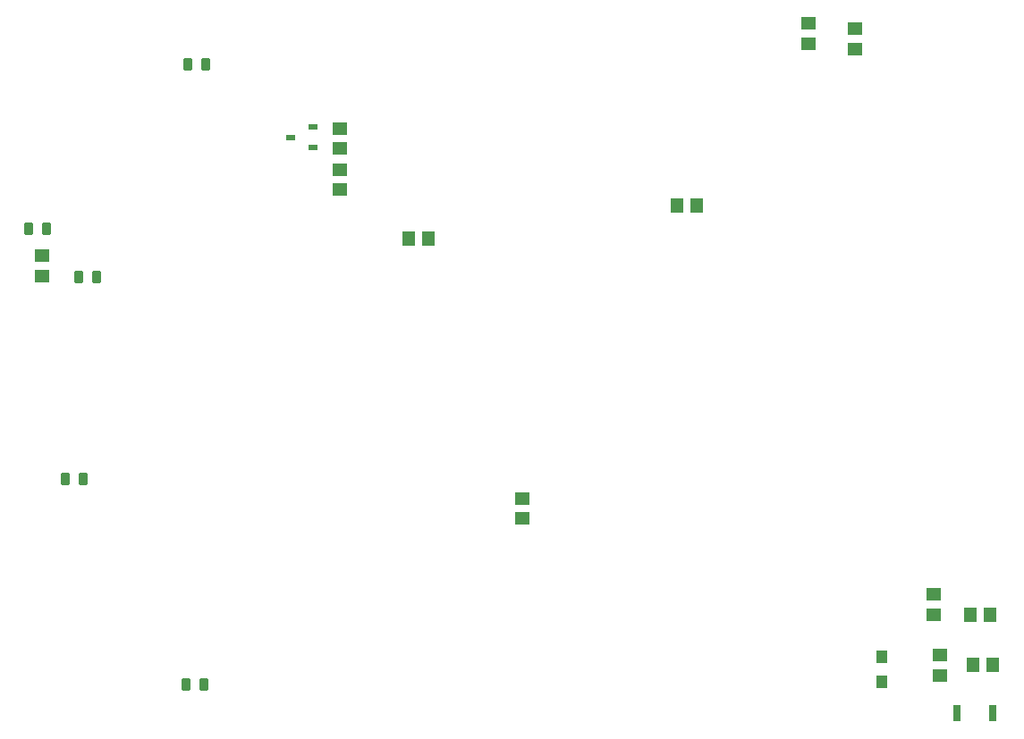
<source format=gbr>
G04 DipTrace 5.1.0.3*
G04 Âåðõíÿÿï.ìàñêà.gbr*
%MOMM*%
G04 #@! TF.FileFunction,Paste,Top*
G04 #@! TF.Part,Single*
%AMOUTLINE32*
4,1,28,
-0.455,-0.15172,
-0.455,0.15172,
-0.45118,0.18077,
-0.44123,0.20478,
-0.42541,0.22541,
-0.40478,0.24123,
-0.38077,0.25118,
-0.35172,0.255,
0.35172,0.255,
0.38077,0.25118,
0.40478,0.24123,
0.42541,0.22541,
0.44123,0.20478,
0.45118,0.18077,
0.455,0.15172,
0.455,-0.15172,
0.45118,-0.18077,
0.44123,-0.20478,
0.42541,-0.22541,
0.40478,-0.24123,
0.38077,-0.25118,
0.35172,-0.255,
-0.35172,-0.255,
-0.38077,-0.25118,
-0.40478,-0.24123,
-0.42541,-0.22541,
-0.44123,-0.20478,
-0.45118,-0.18077,
-0.455,-0.15172,
0*%
%AMOUTLINE35*
4,1,28,
0.455,0.15172,
0.455,-0.15172,
0.45118,-0.18077,
0.44123,-0.20478,
0.42541,-0.22541,
0.40478,-0.24123,
0.38077,-0.25118,
0.35172,-0.255,
-0.35172,-0.255,
-0.38077,-0.25118,
-0.40478,-0.24123,
-0.42541,-0.22541,
-0.44123,-0.20478,
-0.45118,-0.18077,
-0.455,-0.15172,
-0.455,0.15172,
-0.45118,0.18077,
-0.44123,0.20478,
-0.42541,0.22541,
-0.40478,0.24123,
-0.38077,0.25118,
-0.35172,0.255,
0.35172,0.255,
0.38077,0.25118,
0.40478,0.24123,
0.42541,0.22541,
0.44123,0.20478,
0.45118,0.18077,
0.455,0.15172,
0*%
%AMOUTLINE38*
4,1,28,
-0.21674,0.60999,
0.2167,0.61001,
0.26387,0.6038,
0.30477,0.58686,
0.33989,0.55991,
0.36684,0.5248,
0.38378,0.4839,
0.38999,0.43673,
0.39001,-0.43671,
0.3838,-0.48388,
0.36687,-0.52477,
0.33992,-0.55989,
0.3048,-0.58684,
0.26391,-0.60378,
0.21674,-0.60999,
-0.2167,-0.61001,
-0.26387,-0.6038,
-0.30477,-0.58686,
-0.33989,-0.55991,
-0.36684,-0.5248,
-0.38378,-0.4839,
-0.38999,-0.43673,
-0.39001,0.43671,
-0.3838,0.48388,
-0.36687,0.52477,
-0.33992,0.55989,
-0.3048,0.58684,
-0.26391,0.60378,
-0.21674,0.60999,
0*%
%AMOUTLINE41*
4,1,28,
0.21674,-0.60999,
-0.2167,-0.61001,
-0.26387,-0.6038,
-0.30477,-0.58686,
-0.33989,-0.55991,
-0.36684,-0.5248,
-0.38378,-0.4839,
-0.38999,-0.43673,
-0.39001,0.43671,
-0.3838,0.48388,
-0.36687,0.52477,
-0.33992,0.55989,
-0.3048,0.58684,
-0.26391,0.60378,
-0.21674,0.60999,
0.2167,0.61001,
0.26387,0.6038,
0.30477,0.58686,
0.33989,0.55991,
0.36684,0.5248,
0.38378,0.4839,
0.38999,0.43673,
0.39001,-0.43671,
0.3838,-0.48388,
0.36687,-0.52477,
0.33992,-0.55989,
0.3048,-0.58684,
0.26391,-0.60378,
0.21674,-0.60999,
0*%
%ADD73R,0.7X1.6*%
%ADD83R,1.0X1.15*%
%ADD93R,1.4X1.2*%
%ADD95R,1.2X1.4*%
%ADD143OUTLINE32*%
%ADD146OUTLINE35*%
%ADD149OUTLINE38*%
%ADD152OUTLINE41*%
%FSLAX35Y35*%
G04*
G71*
G90*
G75*
G01*
G04 TopPaste*
%LPD*%
D93*
X1429541Y5419763D3*
X1429529Y5609763D3*
D83*
X9379717Y1577130D3*
X9379711Y1812130D3*
D143*
X3994537Y6637163D3*
Y6827163D3*
D146*
X3783537Y6732163D3*
D149*
X2794537Y1543961D3*
D152*
X2963537Y1543966D3*
D149*
X2810237Y7423863D3*
D152*
X2979237D3*
D93*
X5977835Y3311317D3*
X5977845Y3121317D3*
D95*
X7629113Y6088547D3*
X7439113Y6088540D3*
D149*
X1653537Y3494563D3*
D152*
X1822537D3*
D149*
X1303237Y5865758D3*
D152*
X1472237Y5865768D3*
D95*
X10217257Y2210104D3*
X10407257Y2210116D3*
D93*
X9928728Y1635247D3*
X9928719Y1825247D3*
X8686470Y7811933D3*
X8686483Y7621933D3*
X9130321Y7760350D3*
X9130326Y7570350D3*
D95*
X4901737Y5776854D3*
X5091737Y5776873D3*
X10245037Y1735650D3*
X10435037D3*
D93*
X4251537Y6424863D3*
Y6234863D3*
X4251134Y6816263D3*
X4251139Y6626263D3*
X9871383Y2402703D3*
X9871391Y2212703D3*
D149*
X1774937Y5409961D3*
D152*
X1943937Y5409966D3*
D73*
X10092261Y1278536D3*
X10432261Y1278546D3*
M02*

</source>
